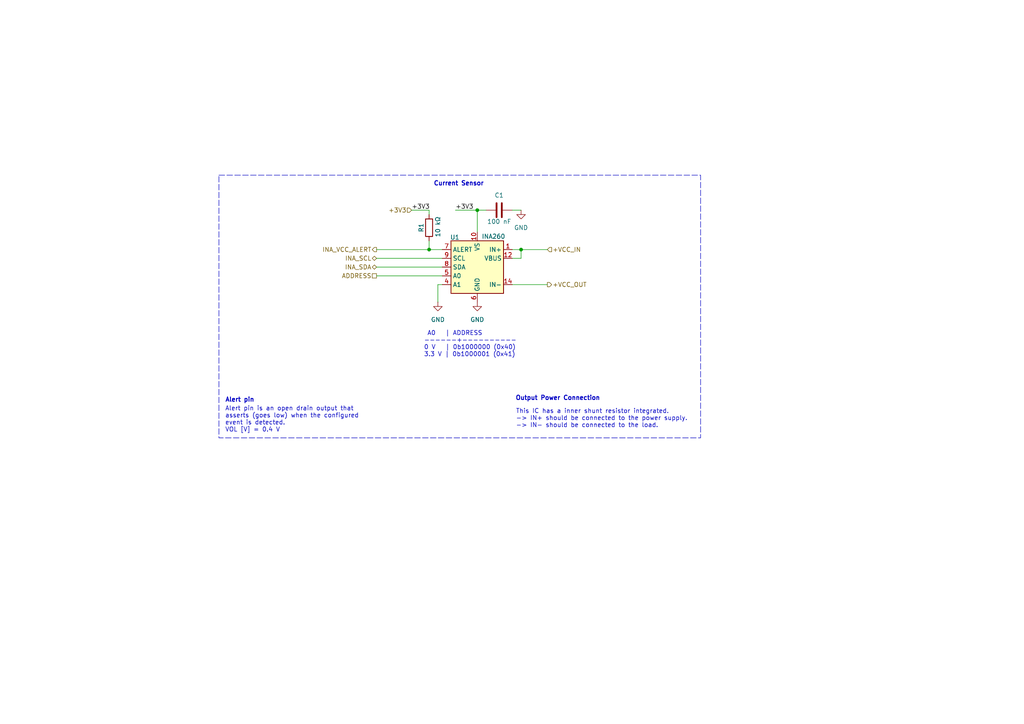
<source format=kicad_sch>
(kicad_sch (version 20231120) (generator "eeschema") (generator_version "8.0")
  (paper "A4")
  (lib_symbols
    (symbol "Device:C" (pin_numbers hide) (pin_names (offset 0.254))
      (property "Reference" "C" (at 0.635 2.54 0))
      (property "Value" "C" (at 0.635 -2.54 0))
      (symbol "C_0_1"
        (polyline (pts (xy -2.032 -0.762) (xy 2.032 -0.762)) (stroke (width 0.508)))
        (polyline (pts (xy -2.032 0.762) (xy 2.032 0.762)) (stroke (width 0.508)))
      )
      (symbol "C_1_1"
        (pin passive line (at 0 3.81 270) (length 2.794) (name "~") (number "1"))
        (pin passive line (at 0 -3.81 90) (length 2.794) (name "~") (number "2"))
      )
    )
    (symbol "Device:R" (pin_numbers hide) (pin_names (offset 0))
      (property "Reference" "R" (at 2.032 0 90))
      (property "Value" "R" (at 0 0 90))
      (symbol "R_0_1"
        (rectangle (start -1.016 -2.54) (end 1.016 2.54) (stroke (width 0.254)))
      )
      (symbol "R_1_1"
        (pin passive line (at 0 3.81 270) (length 1.27) (name "~") (number "1"))
        (pin passive line (at 0 -3.81 90) (length 1.27) (name "~") (number "2"))
      )
    )
    (symbol "power:GND" (power) (pin_numbers hide) (pin_names (offset 0) hide)
      (property "Value" "GND" (at 0 -3.81 0))
      (symbol "GND_0_1"
        (polyline (pts (xy 0 0) (xy 0 -1.27) (xy 1.27 -1.27) (xy 0 -2.54) (xy -1.27 -1.27) (xy 0 -1.27)))
      )
      (symbol "GND_1_1"
        (pin power_in line (at 0 0 270) (length 0) (name "~") (number "1"))
      )
    )
    (symbol "rpi_power_warden_hat:INA260"
      (property "Reference" "U" (at -6.35 8.89 0))
      (property "Value" "INA260" (at 2.54 8.89 0))
      (symbol "INA260_0_1"
        (rectangle (start -7.62 7.62) (end 7.62 -7.62) (stroke (width 0.254)) (fill (type background)))
      )
      (symbol "INA260_1_1"
        (pin passive line (at 10.16 5.08 180) (length 2.54) (name "IN+") (number "1"))
        (pin power_in line (at 0 10.16 270) (length 2.54) (name "VS") (number "10"))
        (pin passive line (at 0 -10.16 90) (length 2.54) hide (name "GND") (number "11"))
        (pin passive line (at 10.16 2.54 180) (length 2.54) (name "VBUS") (number "12"))
        (pin no_connect line (at 2.54 -10.16 90) (length 2.54) hide (name "NC") (number "13"))
        (pin passive line (at 10.16 -5.08 180) (length 2.54) (name "IN-") (number "14"))
        (pin passive line (at 10.16 -5.08 180) (length 2.54) hide (name "IN-") (number "15"))
        (pin passive line (at 10.16 -5.08 180) (length 2.54) hide (name "IN-") (number "16"))
        (pin passive line (at 10.16 5.08 180) (length 2.54) hide (name "IN+") (number "2"))
        (pin passive line (at 10.16 5.08 180) (length 2.54) hide (name "IN+") (number "3"))
        (pin input line (at -10.16 -5.08 0) (length 2.54) (name "A1") (number "4"))
        (pin input line (at -10.16 -2.54 0) (length 2.54) (name "A0") (number "5"))
        (pin power_in line (at 0 -10.16 90) (length 2.54) (name "GND") (number "6"))
        (pin open_collector line (at -10.16 5.08 0) (length 2.54) (name "ALERT") (number "7"))
        (pin bidirectional line (at -10.16 0 0) (length 2.54) (name "SDA") (number "8"))
        (pin input line (at -10.16 2.54 0) (length 2.54) (name "SCL") (number "9"))
      )
    )
  )
  (junction (at 124.46 72.39))
  (junction (at 138.43 60.96))
  (junction (at 151.13 72.39))
  (wire (pts (xy 151.13 60.96) (xy 148.59 60.96)))
  (wire (pts (xy 148.59 74.93) (xy 151.13 74.93)))
  (wire (pts (xy 148.59 82.55) (xy 158.75 82.55)))
  (wire (pts (xy 124.46 72.39) (xy 128.27 72.39)))
  (wire (pts (xy 119.38 60.96) (xy 124.46 60.96)))
  (wire (pts (xy 109.22 77.47) (xy 128.27 77.47)))
  (wire (pts (xy 138.43 60.96) (xy 138.43 67.31)))
  (wire (pts (xy 124.46 62.23) (xy 124.46 60.96)))
  (wire (pts (xy 127 82.55) (xy 127 87.63)))
  (wire (pts (xy 151.13 72.39) (xy 151.13 74.93)))
  (wire (pts (xy 128.27 80.01) (xy 109.22 80.01)))
  (wire (pts (xy 109.22 74.93) (xy 128.27 74.93)))
  (wire (pts (xy 138.43 60.96) (xy 140.97 60.96)))
  (wire (pts (xy 124.46 69.85) (xy 124.46 72.39)))
  (wire (pts (xy 148.59 72.39) (xy 151.13 72.39)))
  (wire (pts (xy 151.13 72.39) (xy 158.75 72.39)))
  (wire (pts (xy 132.08 60.96) (xy 138.43 60.96)))
  (wire (pts (xy 109.22 72.39) (xy 124.46 72.39)))
  (wire (pts (xy 127 82.55) (xy 128.27 82.55)))
  (rectangle (start 63.5 50.8) (end 203.2 127) (stroke (width 0) (type dash)))
  (text " A0   | ADDRESS\n------+----------\n0 V   | 0b1000000 (0x40)\n3.3 V | 0b1000001 (0x41)" (at 122.936 99.822 0) (effects (font (size 1.27 1.27)) (justify left)))
  (text "Alert pin is an open drain output that \nasserts (goes low) when the configured \nevent is detected.\nVOL [V] = 0.4 V" (at 65.278 121.666 0) (effects (font (size 1.27 1.27)) (justify left)))
  (text "Alert pin\n" (at 65.278 116.078 0) (effects (font (size 1.27 1.27) (thickness 0.254) (bold yes)) (justify left)))
  (text "This IC has a inner shunt resistor integrated.\n-> IN+ should be connected to the power supply.\n-> IN- should be connected to the load.\n" (at 149.606 121.412 0) (effects (font (size 1.27 1.27)) (justify left)))
  (text "Current Sensor" (at 125.73 53.34 0) (effects (font (size 1.27 1.27) (thickness 0.254) (bold yes)) (justify left)))
  (text "Output Power Connection" (at 161.798 115.57 0) (effects (font (size 1.27 1.27) (thickness 0.254) (bold yes))))
  (label "+3V3" (at 132.08 60.96 0))
  (label "+3V3" (at 119.38 60.96 0))
  (hierarchical_label "+VCC_OUT" (shape output) (at 158.75 82.55 0))
  (hierarchical_label "INA_SCL" (shape bidirectional) (at 109.22 74.93 180))
  (hierarchical_label "+VCC_IN" (shape input) (at 158.75 72.39 0))
  (hierarchical_label "INA_VCC_ALERT" (shape output) (at 109.22 72.39 180))
  (hierarchical_label "+3V3" (shape input) (at 119.38 60.96 180))
  (hierarchical_label "ADDRESS" (shape passive) (at 109.22 80.01 180))
  (hierarchical_label "INA_SDA" (shape bidirectional) (at 109.22 77.47 180))
  (symbol (lib_id "Device:R") (at 124.46 66.04 180) (unit 1)
    (property "Reference" "R1" (at 122.174 66.04 90))
    (property "Value" "10 kΩ" (at 127 65.786 90))
    (property "Footprint" "Resistor_SMD:R_0603_1608Metric_Pad0.98x0.95mm_HandSolder" (effects (hide yes)))
    (property "Description" "RES SMD 10K OHM 1% 1/10W" (effects (hide yes)))
    (property "mpn" "ERJ-3EKF1002V" (effects (hide yes)))
    (property "manufacturer" "Panasonic Electronic Components" (effects (hide yes)))
    (instances (project "rpi_power_warden_hat" (path "" (reference "R1") (unit 1)) (path "" (reference "R2") (unit 1))))
  )
  (symbol (lib_id "power:GND") (at 151.13 60.96 0) (unit 1)
    (property "Reference" "#PWR7" (effects (hide yes)))
    (property "Value" "GND" (at 151.13 66.04 0))
    (property "Description" "Power symbol creates a global label with name \"GND\" , ground" (effects (hide yes)))
    (instances (project "rpi_power_warden_hat" (path "" (reference "#PWR7") (unit 1)) (path "" (reference "#PWR10") (unit 1))))
  )
  (symbol (lib_id "power:GND") (at 138.43 87.63 0) (unit 1)
    (property "Reference" "#PWR6" (effects (hide yes)))
    (property "Value" "GND" (at 138.43 92.71 0))
    (property "Description" "Power symbol creates a global label with name \"GND\" , ground" (effects (hide yes)))
    (instances (project "rpi_power_warden_hat" (path "" (reference "#PWR6") (unit 1)) (path "" (reference "#PWR9") (unit 1))))
  )
  (symbol (lib_id "Device:C") (at 144.78 60.96 90) (unit 1)
    (property "Reference" "C1" (at 144.78 56.642 90))
    (property "Value" "100 nF" (at 144.78 64.262 90))
    (property "Footprint" "Capacitor_SMD:C_0603_1608Metric_Pad1.08x0.95mm_HandSolder" (effects (hide yes)))
    (property "Description" "CAP 0603 25V 100 NF X5R" (effects (hide yes)))
    (property "mpn" "CC0603KRX5R8BB104" (effects (hide yes)))
    (property "manufacturer" "YAGEO" (effects (hide yes)))
    (instances (project "rpi_power_warden_hat" (path "" (reference "C1") (unit 1)) (path "" (reference "C2") (unit 1))))
  )
  (symbol (lib_id "rpi_power_warden_hat:INA260") (at 138.43 77.47 0) (unit 1)
    (property "Reference" "U1" (at 130.556 68.834 0) (effects (justify left)))
    (property "Value" "INA260" (at 139.7 68.58 0) (effects (justify left)))
    (property "Footprint" "rpi_power_warden_hat:TSSOP-16_4.4x5mm_P0.65mm" (effects (hide yes)))
    (property "Datasheet" "http://www.ti.com/lit/ds/symlink/ina260.pdf" (effects (hide yes)))
    (property "Description" "IC CURRENT MONITOR 0.02% 16TSSOP" (effects (hide yes)))
    (property "mpn" "INA260AIPWR" (effects (hide yes)))
    (property "manufacturer" "Texas Instruments" (effects (hide yes)))
    (instances (project "" (path "" (reference "U1") (unit 1)) (path "" (reference "U2") (unit 1))))
  )
  (symbol (lib_id "power:GND") (at 127 87.63 0) (unit 1)
    (property "Reference" "#PWR5" (effects (hide yes)))
    (property "Value" "GND" (at 127 92.71 0))
    (property "Description" "Power symbol creates a global label with name \"GND\" , ground" (effects (hide yes)))
    (instances (project "rpi_power_warden_hat" (path "" (reference "#PWR5") (unit 1)) (path "" (reference "#PWR8") (unit 1))))
  )
)
</source>
